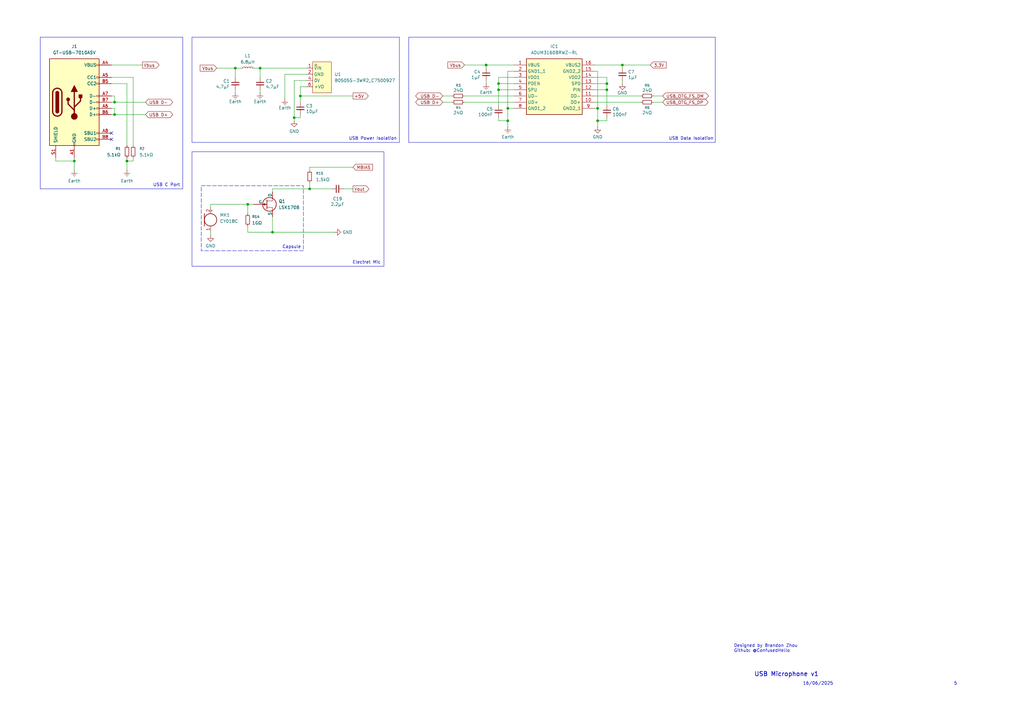
<source format=kicad_sch>
(kicad_sch (version 20250114) (generator "eeschema") (generator_version "9.0")
  (paper "A3")
  (lib_symbols
    (symbol "ADUM3160BRWZ-RL:ADUM3160BRWZ-RL"
      (property "Reference" "IC" (at 29.21 7.62 0))
      (property "Value" "ADUM3160BRWZ-RL" (at 29.21 5.08 0))
      (symbol "ADUM3160BRWZ-RL_1_1"
        (rectangle (start 5.08 2.54) (end 27.94 -20.32) (stroke (width 0.254)) (fill (type background)))
        (pin passive line (at 0 0 0) (length 5.08) (name "VBUS") (number "1"))
        (pin passive line (at 0 -2.54 0) (length 5.08) (name "GND1_1") (number "2"))
        (pin passive line (at 0 -5.08 0) (length 5.08) (name "VDD1") (number "3"))
        (pin passive line (at 0 -7.62 0) (length 5.08) (name "PDEN") (number "4"))
        (pin passive line (at 0 -10.16 0) (length 5.08) (name "SPU") (number "5"))
        (pin passive line (at 0 -12.7 0) (length 5.08) (name "UD-") (number "6"))
        (pin passive line (at 0 -15.24 0) (length 5.08) (name "UD+") (number "7"))
        (pin passive line (at 0 -17.78 0) (length 5.08) (name "GND1_2") (number "8"))
        (pin passive line (at 33.02 0 180) (length 5.08) (name "VBUS2") (number "16"))
        (pin passive line (at 33.02 -2.54 180) (length 5.08) (name "GND2_2") (number "15"))
        (pin passive line (at 33.02 -5.08 180) (length 5.08) (name "VDD2") (number "14"))
        (pin passive line (at 33.02 -7.62 180) (length 5.08) (name "SPD") (number "13"))
        (pin passive line (at 33.02 -10.16 180) (length 5.08) (name "PIN") (number "12"))
        (pin passive line (at 33.02 -12.7 180) (length 5.08) (name "DD-") (number "11"))
        (pin passive line (at 33.02 -15.24 180) (length 5.08) (name "DD+") (number "10"))
        (pin passive line (at 33.02 -17.78 180) (length 5.08) (name "GND2_1") (number "9"))
      )
    )
    (symbol "B0505S-3WR2:B0505S-3WR2_C7500927"
      (property "Reference" "U" (at 0 8.89 0))
      (property "Value" "B0505S-3WR2_C7500927" (at 0 -8.89 0))
      (symbol "B0505S-3WR2_C7500927_0_1"
        (rectangle (start -3.81 6.35) (end 3.81 -6.35) (fill (type background)))
        (circle (center -2.54 5.08) (radius 0.38))
        (pin unspecified line (at -6.35 3.81 0) (length 2.54) (name "VIN") (number "1"))
        (pin unspecified line (at -6.35 1.27 0) (length 2.54) (name "GND") (number "2"))
        (pin unspecified line (at -6.35 -1.27 0) (length 2.54) (name "0V") (number "4"))
        (pin unspecified line (at -6.35 -3.81 0) (length 2.54) (name "+VO") (number "6"))
      )
    )
    (symbol "Connector:USB_C_Receptacle_USB2.0_16P" (pin_names (offset 1.016))
      (property "Reference" "J" (at 0 22.225 0))
      (property "Value" "USB_C_Receptacle_USB2.0_16P" (at 0 19.685 0))
      (symbol "USB_C_Receptacle_USB2.0_16P_0_0"
        (rectangle (start -0.254 -17.78) (end 0.254 -16.764))
        (rectangle (start 10.16 15.494) (end 9.144 14.986))
        (rectangle (start 10.16 10.414) (end 9.144 9.906))
        (rectangle (start 10.16 7.874) (end 9.144 7.366))
        (rectangle (start 10.16 2.794) (end 9.144 2.286))
        (rectangle (start 10.16 0.254) (end 9.144 -0.254))
        (rectangle (start 10.16 -2.286) (end 9.144 -2.794))
        (rectangle (start 10.16 -4.826) (end 9.144 -5.334))
        (rectangle (start 10.16 -12.446) (end 9.144 -12.954))
        (rectangle (start 10.16 -14.986) (end 9.144 -15.494))
      )
      (symbol "USB_C_Receptacle_USB2.0_16P_0_1"
        (rectangle (start -10.16 17.78) (end 10.16 -17.78) (stroke (width 0.254)) (fill (type background)))
        (polyline (pts (xy -8.89 -3.81) (xy -8.89 3.81)) (stroke (width 0.508)))
        (rectangle (start -7.62 -3.81) (end -6.35 3.81) (stroke (width 0.254)) (fill (type outline)))
        (arc (start -7.62 3.81) (mid -6.985 4.4423) (end -6.35 3.81) (stroke (width 0.254)))
        (arc (start -7.62 3.81) (mid -6.985 4.4423) (end -6.35 3.81) (stroke (width 0.254)) (fill (type outline)))
        (arc (start -8.89 3.81) (mid -6.985 5.7067) (end -5.08 3.81) (stroke (width 0.508)))
        (arc (start -5.08 -3.81) (mid -6.985 -5.7067) (end -8.89 -3.81) (stroke (width 0.508)))
        (arc (start -6.35 -3.81) (mid -6.985 -4.4423) (end -7.62 -3.81) (stroke (width 0.254)))
        (arc (start -6.35 -3.81) (mid -6.985 -4.4423) (end -7.62 -3.81) (stroke (width 0.254)) (fill (type outline)))
        (polyline (pts (xy -5.08 3.81) (xy -5.08 -3.81)) (stroke (width 0.508)))
        (circle (center -2.54 1.143) (radius 0.635) (stroke (width 0.254)) (fill (type outline)))
        (polyline (pts (xy -1.27 4.318) (xy 0 6.858) (xy 1.27 4.318) (xy -1.27 4.318)) (stroke (width 0.254)) (fill (type outline)))
        (polyline (pts (xy 0 -2.032) (xy 2.54 0.508) (xy 2.54 1.778)) (stroke (width 0.508)))
        (polyline (pts (xy 0 -3.302) (xy -2.54 -0.762) (xy -2.54 0.508)) (stroke (width 0.508)))
        (polyline (pts (xy 0 -5.842) (xy 0 4.318)) (stroke (width 0.508)))
        (circle (center 0 -5.842) (radius 1.27) (fill (type outline)))
        (rectangle (start 1.905 1.778) (end 3.175 3.048) (stroke (width 0.254)) (fill (type outline)))
      )
      (symbol "USB_C_Receptacle_USB2.0_16P_1_1"
        (pin passive line (at -7.62 -22.86 90) (length 5.08) (name "SHIELD") (number "S1"))
        (pin passive line (at 0 -22.86 90) (length 5.08) (name "GND") (number "A1"))
        (pin passive line (at 0 -22.86 90) (length 5.08) (hide yes) (name "GND") (number "A12"))
        (pin passive line (at 0 -22.86 90) (length 5.08) (hide yes) (name "GND") (number "B1"))
        (pin passive line (at 0 -22.86 90) (length 5.08) (hide yes) (name "GND") (number "B12"))
        (pin passive line (at 15.24 15.24 180) (length 5.08) (name "VBUS") (number "A4"))
        (pin passive line (at 15.24 15.24 180) (length 5.08) (hide yes) (name "VBUS") (number "A9"))
        (pin passive line (at 15.24 15.24 180) (length 5.08) (hide yes) (name "VBUS") (number "B4"))
        (pin passive line (at 15.24 15.24 180) (length 5.08) (hide yes) (name "VBUS") (number "B9"))
        (pin bidirectional line (at 15.24 10.16 180) (length 5.08) (name "CC1") (number "A5"))
        (pin bidirectional line (at 15.24 7.62 180) (length 5.08) (name "CC2") (number "B5"))
        (pin bidirectional line (at 15.24 2.54 180) (length 5.08) (name "D-") (number "A7"))
        (pin bidirectional line (at 15.24 0 180) (length 5.08) (name "D-") (number "B7"))
        (pin bidirectional line (at 15.24 -2.54 180) (length 5.08) (name "D+") (number "A6"))
        (pin bidirectional line (at 15.24 -5.08 180) (length 5.08) (name "D+") (number "B6"))
        (pin bidirectional line (at 15.24 -12.7 180) (length 5.08) (name "SBU1") (number "A8"))
        (pin bidirectional line (at 15.24 -15.24 180) (length 5.08) (name "SBU2") (number "B8"))
      )
    )
    (symbol "Device:C_Small" (pin_numbers (hide yes)) (pin_names (offset 0.254) (hide yes))
      (property "Reference" "C" (at 0.254 1.778 0))
      (property "Value" "C_Small" (at 0.254 -2.032 0))
      (symbol "C_Small_0_1"
        (polyline (pts (xy -1.524 0.508) (xy 1.524 0.508)) (stroke (width 0.3048)))
        (polyline (pts (xy -1.524 -0.508) (xy 1.524 -0.508)) (stroke (width 0.3302)))
      )
      (symbol "C_Small_1_1"
        (pin passive line (at 0 2.54 270) (length 2.032) (name "~") (number "1"))
        (pin passive line (at 0 -2.54 90) (length 2.032) (name "~") (number "2"))
      )
    )
    (symbol "Device:L_Small" (pin_numbers (hide yes)) (pin_names (offset 0.254) (hide yes))
      (property "Reference" "L" (at 0.762 1.016 0))
      (property "Value" "L_Small" (at 0.762 -1.016 0))
      (symbol "L_Small_0_1"
        (arc (start 0 2.032) (mid 0.5058 1.524) (end 0 1.016))
        (arc (start 0 1.016) (mid 0.5058 0.508) (end 0 0))
        (arc (start 0 0) (mid 0.5058 -0.508) (end 0 -1.016))
        (arc (start 0 -1.016) (mid 0.5058 -1.524) (end 0 -2.032))
      )
      (symbol "L_Small_1_1"
        (pin passive line (at 0 2.54 270) (length 0.508) (name "~") (number "1"))
        (pin passive line (at 0 -2.54 90) (length 0.508) (name "~") (number "2"))
      )
    )
    (symbol "Device:Microphone" (pin_names (offset 0.0254) (hide yes))
      (property "Reference" "MK" (at -3.81 1.27 0))
      (property "Value" "Microphone" (at -3.81 -0.635 0))
      (symbol "Microphone_0_1"
        (polyline (pts (xy -2.54 2.54) (xy -2.54 -2.54)) (stroke (width 0.254)))
        (circle (center 0 0) (radius 2.54) (stroke (width 0.254)))
        (polyline (pts (xy 0.254 3.81) (xy 0.762 3.81)))
        (polyline (pts (xy 0.508 4.064) (xy 0.508 3.556)))
      )
      (symbol "Microphone_1_1"
        (pin passive line (at 0 5.08 270) (length 2.54) (name "+") (number "2"))
        (pin passive line (at 0 -5.08 90) (length 2.54) (name "-") (number "1"))
      )
    )
    (symbol "Device:R_Small" (pin_numbers (hide yes)) (pin_names (offset 0.254) (hide yes))
      (property "Reference" "R" (at 0 0 90))
      (property "Value" "R_Small" (at 1.778 0 90))
      (symbol "R_Small_0_1"
        (rectangle (start -0.762 1.778) (end 0.762 -1.778) (stroke (width 0.2032)))
      )
      (symbol "R_Small_1_1"
        (pin passive line (at 0 2.54 270) (length 0.762) (name "~") (number "1"))
        (pin passive line (at 0 -2.54 90) (length 0.762) (name "~") (number "2"))
      )
    )
    (symbol "R_Small_1" (pin_numbers (hide yes)) (pin_names (offset 0.254) (hide yes))
      (property "Reference" "R" (at 0 0 90))
      (property "Value" "R_Small" (at 1.778 0 90))
      (symbol "R_Small_1_0_1"
        (rectangle (start -0.762 1.778) (end 0.762 -1.778) (stroke (width 0.2032)))
      )
      (symbol "R_Small_1_1_1"
        (pin passive line (at 0 2.54 270) (length 0.762) (name "~") (number "1"))
        (pin passive line (at 0 -2.54 90) (length 0.762) (name "~") (number "2"))
      )
    )
    (symbol "Simulation_SPICE:NJFET" (pin_numbers (hide yes)) (pin_names (offset 0))
      (property "Reference" "Q" (at 5.08 1.27 0))
      (property "Value" "NJFET" (at 5.08 -1.27 0))
      (symbol "NJFET_0_1"
        (polyline (pts (xy 0 0) (xy -1.016 0.381) (xy -1.016 -0.381) (xy 0 0)) (fill (type outline)))
        (polyline (pts (xy 0.254 1.905) (xy 0.254 -1.905) (xy 0.254 -1.905)) (stroke (width 0.254)))
        (circle (center 1.27 0) (radius 2.8194) (stroke (width 0.254)))
        (polyline (pts (xy 2.54 2.54) (xy 2.54 1.397) (xy 0.254 1.397)))
        (polyline (pts (xy 2.54 -2.54) (xy 2.54 -1.27) (xy 0.254 -1.27)))
      )
      (symbol "NJFET_1_1"
        (pin input line (at -5.08 0 0) (length 5.334) (name "G") (number "2"))
        (pin passive line (at 2.54 5.08 270) (length 2.54) (name "D") (number "1"))
        (pin passive line (at 2.54 -5.08 90) (length 2.54) (name "S") (number "3"))
      )
    )
    (symbol "power:Earth" (power) (pin_numbers (hide yes)) (pin_names (offset 0) (hide yes))
      (property "Value" "Earth" (at 0 -3.81 0))
      (symbol "Earth_0_1"
        (polyline (pts (xy -0.635 -1.905) (xy 0.635 -1.905)))
        (polyline (pts (xy -0.127 -2.54) (xy 0.127 -2.54)))
        (polyline (pts (xy 0 -1.27) (xy 0 0)))
        (polyline (pts (xy 1.27 -1.27) (xy -1.27 -1.27)))
      )
      (symbol "Earth_1_1"
        (pin power_in line (at 0 0 270) (length 0) (name "~") (number "1"))
      )
    )
    (symbol "power:GND" (power) (pin_numbers (hide yes)) (pin_names (offset 0) (hide yes))
      (property "Value" "GND" (at 0 -3.81 0))
      (symbol "GND_0_1"
        (polyline (pts (xy 0 0) (xy 0 -1.27) (xy 1.27 -1.27) (xy 0 -2.54) (xy -1.27 -1.27) (xy 0 -1.27)))
      )
      (symbol "GND_1_1"
        (pin power_in line (at 0 0 270) (length 0) (name "~") (number "1"))
      )
    )
  )
  (rectangle (start 78.74 15.24) (end 163.83 58.42))
  (rectangle (start 82.55 76.2) (end 124.46 102.87) (stroke (width 0) (type dash)))
  (rectangle (start 78.74 62.23) (end 157.48 109.22))
  (rectangle (start 167.64 15.24) (end 293.37 58.42))
  (rectangle (start 16.51 15.24) (end 74.93 77.47))
  (text "Designed by Brandon Zhou\nGithub: @ConfusedHello" (at 300.99 265.938 0) (effects (font (size 1.27 1.27)) (justify left)))
  (text "USB C Port" (at 68.326 75.946 0) (effects (font (size 1.27 1.27))))
  (text "USB Microphone v1" (at 322.58 276.606 0) (effects (font (size 1.778 1.778) (thickness 0.254) (bold yes))))
  (text "Electret Mic" (at 150.368 107.696 0) (effects (font (size 1.27 1.27))))
  (text "Capsule" (at 119.634 101.346 0) (effects (font (size 1.27 1.27))))
  (text "USB Power Isolation" (at 152.908 56.896 0) (effects (font (size 1.27 1.27))))
  (text "16/06/2025" (at 335.534 280.416 0) (effects (font (size 1.27 1.27))))
  (text "5" (at 391.922 280.416 0) (effects (font (size 1.27 1.27))))
  (text "USB Data Isolation" (at 283.464 56.896 0) (effects (font (size 1.27 1.27))))
  (junction (at 208.28 49.53))
  (junction (at 248.92 34.29))
  (junction (at 46.99 41.91))
  (junction (at 52.07 66.04))
  (junction (at 245.11 44.45))
  (junction (at 106.68 27.94))
  (junction (at 127 77.47))
  (junction (at 96.52 27.94))
  (junction (at 120.65 48.26))
  (junction (at 204.47 36.83))
  (junction (at 30.48 66.04))
  (junction (at 111.76 95.25))
  (junction (at 199.39 26.67))
  (junction (at 248.92 36.83))
  (junction (at 255.27 26.67))
  (junction (at 204.47 34.29))
  (junction (at 208.28 44.45))
  (junction (at 245.11 49.53))
  (junction (at 101.6 83.82))
  (junction (at 123.19 39.37))
  (junction (at 46.99 46.99))
  (no_connect (at 45.72 54.61))
  (no_connect (at 45.72 57.15))
  (wire (pts (xy 22.86 66.04) (xy 30.48 66.04)))
  (wire (pts (xy 127 68.58) (xy 144.78 68.58)))
  (wire (pts (xy 243.84 26.67) (xy 255.27 26.67)))
  (wire (pts (xy 96.52 31.75) (xy 96.52 27.94)))
  (wire (pts (xy 106.68 36.83) (xy 106.68 38.1)))
  (wire (pts (xy 248.92 36.83) (xy 248.92 43.18)))
  (wire (pts (xy 88.9 27.94) (xy 96.52 27.94)))
  (wire (pts (xy 245.11 44.45) (xy 245.11 49.53)))
  (wire (pts (xy 104.14 27.94) (xy 106.68 27.94)))
  (wire (pts (xy 101.6 83.82) (xy 101.6 87.63)))
  (wire (pts (xy 54.61 64.77) (xy 54.61 66.04)))
  (wire (pts (xy 248.92 31.75) (xy 248.92 34.29)))
  (wire (pts (xy 111.76 77.47) (xy 111.76 78.74)))
  (wire (pts (xy 96.52 27.94) (xy 99.06 27.94)))
  (wire (pts (xy 116.84 30.48) (xy 125.73 30.48)))
  (wire (pts (xy 267.97 39.37) (xy 271.78 39.37)))
  (wire (pts (xy 204.47 34.29) (xy 210.82 34.29)))
  (wire (pts (xy 181.61 39.37) (xy 185.42 39.37)))
  (wire (pts (xy 52.07 64.77) (xy 52.07 66.04)))
  (wire (pts (xy 245.11 49.53) (xy 248.92 49.53)))
  (wire (pts (xy 127 77.47) (xy 111.76 77.47)))
  (wire (pts (xy 123.19 35.56) (xy 125.73 35.56)))
  (wire (pts (xy 204.47 34.29) (xy 204.47 36.83)))
  (wire (pts (xy 243.84 41.91) (xy 262.89 41.91)))
  (wire (pts (xy 267.97 41.91) (xy 271.78 41.91)))
  (wire (pts (xy 52.07 66.04) (xy 52.07 69.85)))
  (wire (pts (xy 45.72 26.67) (xy 58.42 26.67)))
  (wire (pts (xy 111.76 95.25) (xy 137.16 95.25)))
  (wire (pts (xy 204.47 31.75) (xy 210.82 31.75)))
  (wire (pts (xy 30.48 64.77) (xy 30.48 66.04)))
  (wire (pts (xy 120.65 33.02) (xy 120.65 48.26)))
  (wire (pts (xy 30.48 66.04) (xy 30.48 69.85)))
  (wire (pts (xy 101.6 92.71) (xy 101.6 95.25)))
  (wire (pts (xy 255.27 26.67) (xy 255.27 27.94)))
  (wire (pts (xy 127 68.58) (xy 127 69.85)))
  (wire (pts (xy 204.47 49.53) (xy 204.47 48.26)))
  (wire (pts (xy 123.19 39.37) (xy 123.19 41.91)))
  (wire (pts (xy 52.07 34.29) (xy 52.07 59.69)))
  (wire (pts (xy 52.07 66.04) (xy 54.61 66.04)))
  (wire (pts (xy 208.28 44.45) (xy 208.28 49.53)))
  (wire (pts (xy 248.92 34.29) (xy 248.92 36.83)))
  (wire (pts (xy 204.47 36.83) (xy 204.47 43.18)))
  (wire (pts (xy 245.11 52.07) (xy 245.11 49.53)))
  (wire (pts (xy 111.76 88.9) (xy 111.76 95.25)))
  (wire (pts (xy 45.72 44.45) (xy 46.99 44.45)))
  (wire (pts (xy 243.84 44.45) (xy 245.11 44.45)))
  (wire (pts (xy 46.99 39.37) (xy 46.99 41.91)))
  (wire (pts (xy 22.86 64.77) (xy 22.86 66.04)))
  (wire (pts (xy 45.72 46.99) (xy 46.99 46.99)))
  (wire (pts (xy 123.19 39.37) (xy 144.78 39.37)))
  (wire (pts (xy 86.36 83.82) (xy 86.36 85.09)))
  (wire (pts (xy 45.72 31.75) (xy 54.61 31.75)))
  (wire (pts (xy 208.28 49.53) (xy 208.28 52.07)))
  (wire (pts (xy 208.28 44.45) (xy 210.82 44.45)))
  (wire (pts (xy 86.36 83.82) (xy 101.6 83.82)))
  (wire (pts (xy 190.5 26.67) (xy 199.39 26.67)))
  (wire (pts (xy 96.52 36.83) (xy 96.52 38.1)))
  (wire (pts (xy 46.99 41.91) (xy 59.69 41.91)))
  (wire (pts (xy 204.47 49.53) (xy 208.28 49.53)))
  (wire (pts (xy 243.84 36.83) (xy 248.92 36.83)))
  (wire (pts (xy 111.76 95.25) (xy 101.6 95.25)))
  (wire (pts (xy 243.84 34.29) (xy 248.92 34.29)))
  (wire (pts (xy 208.28 29.21) (xy 208.28 44.45)))
  (wire (pts (xy 54.61 31.75) (xy 54.61 59.69)))
  (wire (pts (xy 243.84 29.21) (xy 245.11 29.21)))
  (wire (pts (xy 127 74.93) (xy 127 77.47)))
  (wire (pts (xy 208.28 29.21) (xy 210.82 29.21)))
  (wire (pts (xy 106.68 27.94) (xy 106.68 31.75)))
  (wire (pts (xy 45.72 39.37) (xy 46.99 39.37)))
  (wire (pts (xy 255.27 26.67) (xy 266.7 26.67)))
  (wire (pts (xy 140.97 77.47) (xy 144.78 77.47)))
  (wire (pts (xy 181.61 41.91) (xy 185.42 41.91)))
  (wire (pts (xy 45.72 34.29) (xy 52.07 34.29)))
  (wire (pts (xy 243.84 39.37) (xy 262.89 39.37)))
  (wire (pts (xy 45.72 41.91) (xy 46.99 41.91)))
  (wire (pts (xy 86.36 95.25) (xy 86.36 96.52)))
  (wire (pts (xy 120.65 48.26) (xy 123.19 48.26)))
  (wire (pts (xy 116.84 30.48) (xy 116.84 40.64)))
  (wire (pts (xy 204.47 31.75) (xy 204.47 34.29)))
  (wire (pts (xy 245.11 29.21) (xy 245.11 44.45)))
  (wire (pts (xy 46.99 46.99) (xy 59.69 46.99)))
  (wire (pts (xy 248.92 48.26) (xy 248.92 49.53)))
  (wire (pts (xy 190.5 41.91) (xy 210.82 41.91)))
  (wire (pts (xy 106.68 27.94) (xy 125.73 27.94)))
  (wire (pts (xy 120.65 48.26) (xy 120.65 49.53)))
  (wire (pts (xy 46.99 44.45) (xy 46.99 46.99)))
  (wire (pts (xy 255.27 33.02) (xy 255.27 34.29)))
  (wire (pts (xy 101.6 83.82) (xy 104.14 83.82)))
  (wire (pts (xy 123.19 46.99) (xy 123.19 48.26)))
  (wire (pts (xy 243.84 31.75) (xy 248.92 31.75)))
  (wire (pts (xy 199.39 26.67) (xy 199.39 27.94)))
  (wire (pts (xy 199.39 26.67) (xy 210.82 26.67)))
  (wire (pts (xy 204.47 36.83) (xy 210.82 36.83)))
  (wire (pts (xy 190.5 39.37) (xy 210.82 39.37)))
  (wire (pts (xy 135.89 77.47) (xy 127 77.47)))
  (wire (pts (xy 123.19 35.56) (xy 123.19 39.37)))
  (wire (pts (xy 199.39 34.29) (xy 199.39 33.02)))
  (wire (pts (xy 120.65 33.02) (xy 125.73 33.02)))
  (global_label "USB D-" (shape bidirectional) (at 181.61 39.37 180) (property "Intersheetrefs" "${INTERSHEET_REFS}" (effects (hide yes))))
  (global_label "Vbus" (shape input) (at 88.9 27.94 180) (property "Intersheetrefs" "${INTERSHEET_REFS}" (effects (hide yes))))
  (global_label "Vout" (shape output) (at 144.78 77.47 0) (property "Intersheetrefs" "${INTERSHEET_REFS}" (effects (hide yes))))
  (global_label "USB_OTG_FS_DM" (shape bidirectional) (at 271.78 39.37 0) (property "Intersheetrefs" "${INTERSHEET_REFS}" (effects (hide yes))))
  (global_label "USB D+" (shape bidirectional) (at 59.69 46.99 0) (property "Intersheetrefs" "${INTERSHEET_REFS}" (effects (hide yes))))
  (global_label "3.3V" (shape input) (at 266.7 26.67 0) (property "Intersheetrefs" "${INTERSHEET_REFS}" (effects (hide yes))))
  (global_label "Vbus" (shape input) (at 190.5 26.67 180) (property "Intersheetrefs" "${INTERSHEET_REFS}" (effects (hide yes))))
  (global_label "+5V" (shape output) (at 144.78 39.37 0) (property "Intersheetrefs" "${INTERSHEET_REFS}" (effects (hide yes))))
  (global_label "USB D+" (shape bidirectional) (at 181.61 41.91 180) (property "Intersheetrefs" "${INTERSHEET_REFS}" (effects (hide yes))))
  (global_label "USB D-" (shape bidirectional) (at 59.69 41.91 0) (property "Intersheetrefs" "${INTERSHEET_REFS}" (effects (hide yes))))
  (global_label "MBIAS" (shape input) (at 144.78 68.58 0) (property "Intersheetrefs" "${INTERSHEET_REFS}" (effects (hide yes))))
  (global_label "USB_OTG_FS_DP" (shape bidirectional) (at 271.78 41.91 0) (property "Intersheetrefs" "${INTERSHEET_REFS}" (effects (hide yes))))
  (global_label "Vbus" (shape output) (at 58.42 26.67 0) (property "Intersheetrefs" "${INTERSHEET_REFS}" (effects (hide yes))))
  (symbol (lib_id "power:Earth") (at 208.28 52.07 0) (unit 1)
    (property "Reference" "#PWR03" (effects (hide yes)))
    (property "Value" "Earth" (at 208.28 56.134 0))
    (property "Description" "Power symbol creates a global label with name \"Earth\"" (effects (hide yes)))
  )
  (symbol (lib_id "Device:C_Small") (at 255.27 30.48 0) (unit 1)
    (property "Reference" "C7" (at 257.556 29.464 0) (effects (justify left)))
    (property "Value" "1µF" (at 257.556 31.7562 0) (effects (justify left)))
    (property "Description" "Unpolarized capacitor, small symbol" (effects (hide yes)))
  )
  (symbol (lib_id "B0505S-3WR2:B0505S-3WR2_C7500927") (at 132.08 31.75 0) (unit 1)
    (property "Reference" "U1" (at 137.16 30.4799 0) (effects (justify left)))
    (property "Value" "B0505S-3WR2_C7500927" (at 137.16 33.0199 0) (effects (justify left)))
    (property "Footprint" "easyeda2kicad:PWRM-TH_BXXXXS-3WR2" (effects (hide yes)))
    (property "LCSC Part" "C7500927" (effects (hide yes)))
  )
  (symbol (lib_name "R_Small_1") (lib_id "Device:R_Small") (at 101.6 90.17 0) (mirror y) (unit 1) (on_board no)
    (property "Reference" "R14" (at 103.378 88.9 0) (effects (font (size 1.016 1.016)) (justify right)))
    (property "Value" "1GΩ" (at 103.378 91.44 0) (effects (justify right)))
    (property "Description" "Resistor, small symbol" (effects (hide yes)))
  )
  (symbol (lib_id "Device:C_Small") (at 123.19 44.45 0) (unit 1)
    (property "Reference" "C3" (at 125.476 43.434 0) (effects (justify left)))
    (property "Value" "10µF" (at 125.476 45.7262 0) (effects (justify left)))
    (property "Description" "10µF/16V" (effects (hide yes)))
  )
  (symbol (lib_id "Device:R_Small") (at 265.43 41.91 90) (mirror x) (unit 1)
    (property "Reference" "R6" (at 265.43 44.196 90) (effects (font (size 1.016 1.016))))
    (property "Value" "24Ω" (at 265.43 46.228 90))
    (property "Description" "24Ω±1%" (effects (hide yes)))
  )
  (symbol (lib_id "Device:L_Small") (at 101.6 27.94 90) (unit 1)
    (property "Reference" "L1" (at 101.6 22.86 90))
    (property "Value" "6.8µH" (at 101.6 25.4 90))
    (property "Footprint" "footprints:IND-SMD_L4.0-W4.0_YHNR4020" (effects (hide yes)))
    (property "Datasheet" "https://lcsc.com/datasheet/lcsc_datasheet_2410121215_YJYCOIN-YHNR4020-6R8M_C16197249.pdf" (effects (hide yes)))
    (property "Description" "YHNR4020-6R8M" (effects (hide yes)))
  )
  (symbol (lib_id "power:Earth") (at 96.52 38.1 0) (unit 1)
    (property "Reference" "#PWR06" (effects (hide yes)))
    (property "Value" "Earth" (at 96.52 41.656 0))
    (property "Description" "Power symbol creates a global label with name \"Earth\"" (effects (hide yes)))
  )
  (symbol (lib_id "Device:R_Small") (at 187.96 41.91 90) (mirror x) (unit 1)
    (property "Reference" "R4" (at 187.96 44.196 90) (effects (font (size 1.016 1.016))))
    (property "Value" "24Ω" (at 187.96 46.228 90))
    (property "Description" "24Ω±1%" (effects (hide yes)))
  )
  (symbol (lib_id "Device:C_Small") (at 204.47 45.72 0) (mirror y) (unit 1)
    (property "Reference" "C5" (at 202.184 44.704 0) (effects (justify left)))
    (property "Value" "100nF" (at 202.184 46.9962 0) (effects (justify left)))
    (property "Description" "Unpolarized capacitor, small symbol" (effects (hide yes)))
  )
  (symbol (lib_name "R_Small_1") (lib_id "Device:R_Small") (at 52.07 62.23 0) (unit 1)
    (property "Reference" "R1" (at 49.53 60.9599 0) (effects (font (size 1.016 1.016)) (justify right)))
    (property "Value" "5.1kΩ" (at 49.53 63.4999 0) (effects (justify right)))
    (property "Description" "Resistor, small symbol" (effects (hide yes)))
  )
  (symbol (lib_name "R_Small_1") (lib_id "Device:R_Small") (at 54.61 62.23 0) (mirror y) (unit 1)
    (property "Reference" "R2" (at 57.15 60.9599 0) (effects (font (size 1.016 1.016)) (justify right)))
    (property "Value" "5.1kΩ" (at 57.15 63.4999 0) (effects (justify right)))
    (property "Description" "Resistor, small symbol" (effects (hide yes)))
  )
  (symbol (lib_id "Device:C_Small") (at 106.68 34.29 0) (unit 1)
    (property "Reference" "C2" (at 108.966 33.274 0) (effects (justify left)))
    (property "Value" "4.7µF" (at 108.966 35.5662 0) (effects (justify left)))
    (property "Description" "4.7µF/50V" (effects (hide yes)))
  )
  (symbol (lib_id "power:Earth") (at 106.68 38.1 0) (unit 1)
    (property "Reference" "#PWR08" (effects (hide yes)))
    (property "Value" "Earth" (at 106.68 41.656 0))
    (property "Description" "Power symbol creates a global label with name \"Earth\"" (effects (hide yes)))
  )
  (symbol (lib_id "power:Earth") (at 52.07 69.85 0) (unit 1)
    (property "Reference" "#PWR02" (effects (hide yes)))
    (property "Value" "Earth" (at 52.07 74.168 0))
    (property "Description" "Power symbol creates a global label with name \"Earth\"" (effects (hide yes)))
  )
  (symbol (lib_id "Device:R_Small") (at 187.96 39.37 90) (unit 1)
    (property "Reference" "R3" (at 187.96 35.052 90) (effects (font (size 1.016 1.016))))
    (property "Value" "24Ω" (at 187.96 37.084 90))
    (property "Description" "24Ω±1%" (effects (hide yes)))
  )
  (symbol (lib_id "power:Earth") (at 199.39 34.29 0) (unit 1)
    (property "Reference" "#PWR04" (effects (hide yes)))
    (property "Value" "Earth" (at 199.39 37.846 0))
    (property "Description" "Power symbol creates a global label with name \"Earth\"" (effects (hide yes)))
  )
  (symbol (lib_id "power:GND") (at 245.11 52.07 0) (unit 1)
    (property "Reference" "#PWR028" (effects (hide yes)))
    (property "Value" "GND" (at 245.11 56.134 0))
    (property "Description" "Power symbol creates a global label with name \"GND\" , ground" (effects (hide yes)))
  )
  (symbol (lib_id "power:Earth") (at 116.84 40.64 0) (unit 1)
    (property "Reference" "#PWR07" (effects (hide yes)))
    (property "Value" "Earth" (at 116.84 44.196 0))
    (property "Description" "Power symbol creates a global label with name \"Earth\"" (effects (hide yes)))
  )
  (symbol (lib_id "Device:C_Small") (at 199.39 30.48 0) (mirror y) (unit 1)
    (property "Reference" "C4" (at 197.104 29.464 0) (effects (justify left)))
    (property "Value" "1µF" (at 197.104 31.7562 0) (effects (justify left)))
    (property "Description" "Unpolarized capacitor, small symbol" (effects (hide yes)))
  )
  (symbol (lib_name "R_Small_1") (lib_id "Device:R_Small") (at 127 72.39 0) (mirror y) (unit 1)
    (property "Reference" "R15" (at 129.54 71.12 0) (effects (font (size 1.016 1.016)) (justify right)))
    (property "Value" "1.5kΩ" (at 129.54 73.6599 0) (effects (justify right)))
    (property "Description" "Resistor, small symbol" (effects (hide yes)))
  )
  (symbol (lib_id "Device:C_Small") (at 248.92 45.72 0) (unit 1)
    (property "Reference" "C6" (at 251.206 44.704 0) (effects (justify left)))
    (property "Value" "100nF" (at 251.206 46.9962 0) (effects (justify left)))
    (property "Description" "Unpolarized capacitor, small symbol" (effects (hide yes)))
  )
  (symbol (lib_id "Device:R_Small") (at 265.43 39.37 90) (unit 1)
    (property "Reference" "R5" (at 265.43 35.052 90) (effects (font (size 1.016 1.016))))
    (property "Value" "24Ω" (at 265.43 37.084 90))
    (property "Description" "24Ω±1%" (effects (hide yes)))
  )
  (symbol (lib_id "power:GND") (at 120.65 49.53 0) (unit 1)
    (property "Reference" "#PWR029" (effects (hide yes)))
    (property "Value" "GND" (at 120.65 53.848 0))
    (property "Description" "Power symbol creates a global label with name \"GND\" , ground" (effects (hide yes)))
  )
  (symbol (lib_id "Simulation_SPICE:NJFET") (at 109.22 83.82 0) (unit 1) (on_board no)
    (property "Reference" "Q1" (at 114.3 82.5499 0) (effects (justify left)))
    (property "Value" "LSK170B" (at 114.3 85.0899 0) (effects (justify left)))
    (property "Datasheet" "https://ngspice.sourceforge.io/docs/ngspice-html-manual/manual.xhtml#cha_JFETs" (effects (hide yes)))
    (property "Description" "N-JFET transistor, for simulation only" (effects (hide yes)))
    (property "Sim.Device" "NJFET" (effects (hide yes)))
    (property "Sim.Type" "SHICHMANHODGES" (effects (hide yes)))
    (property "Sim.Pins" "1=D 2=G 3=S" (effects (hide yes)))
  )
  (symbol (lib_id "Device:C_Small") (at 96.52 34.29 0) (mirror y) (unit 1)
    (property "Reference" "C1" (at 94.234 33.274 0) (effects (justify left)))
    (property "Value" "4.7µF" (at 94.234 35.5662 0) (effects (justify left)))
    (property "Description" "4.7µF/50V" (effects (hide yes)))
  )
  (symbol (lib_id "power:GND") (at 137.16 95.25 90) (mirror x) (unit 1)
    (property "Reference" "#PWR012" (effects (hide yes)))
    (property "Value" "GND" (at 140.462 95.25 90) (effects (justify right)))
    (property "Description" "Power symbol creates a global label with name \"GND\" , ground" (effects (hide yes)))
  )
  (symbol (lib_id "power:GND") (at 255.27 34.29 0) (unit 1)
    (property "Reference" "#PWR033" (effects (hide yes)))
    (property "Value" "GND" (at 255.27 38.1 0))
    (property "Description" "Power symbol creates a global label with name \"GND\" , ground" (effects (hide yes)))
  )
  (symbol (lib_id "ADUM3160BRWZ-RL:ADUM3160BRWZ-RL") (at 210.82 26.67 0) (unit 1)
    (property "Reference" "IC1" (at 227.33 19.05 0))
    (property "Value" "ADUM3160BRWZ-RL" (at 227.33 21.59 0))
    (property "Footprint" "footprints:SOIC127P1032X265-16N" (effects (hide yes)))
    (property "Datasheet" "http://www.analog.com/media/en/technical-documentation/data-sheets/ADuM3160.pdf" (effects (hide yes)))
    (property "Description" "Digital Isolators Full/Low Spd USB 2.0 Digital" (effects (hide yes)))
    (property "Height" "2.65" (effects (hide yes)))
    (property "Mouser Part Number" "584-ADUM3160BRWZ-R" (effects (hide yes)))
    (property "Mouser Price/Stock" "https://www.mouser.co.uk/ProductDetail/Analog-Devices/ADUM3160BRWZ-RL?qs=WIvQP4zGaniZo3xx1fxm1A%3D%3D" (effects (hide yes)))
    (property "Manufacturer_Name" "Analog Devices" (effects (hide yes)))
    (property "Manufacturer_Part_Number" "ADUM3160BRWZ-RL" (effects (hide yes)))
  )
  (symbol (lib_id "power:Earth") (at 30.48 69.85 0) (unit 1)
    (property "Reference" "#PWR01" (effects (hide yes)))
    (property "Value" "Earth" (at 30.48 74.168 0))
    (property "Description" "Power symbol creates a global label with name \"Earth\"" (effects (hide yes)))
  )
  (symbol (lib_id "Device:Microphone") (at 86.36 90.17 0) (unit 1) (on_board no)
    (property "Reference" "MK1" (at 90.17 88.2014 0) (effects (justify left)))
    (property "Value" "CY018C" (at 90.17 90.7414 0) (effects (justify left)))
    (property "Description" "Microphone" (effects (hide yes)))
  )
  (symbol (lib_id "power:GND") (at 86.36 96.52 0) (unit 1)
    (property "Reference" "#PWR015" (effects (hide yes)))
    (property "Value" "GND" (at 86.36 100.838 0))
    (property "Description" "Power symbol creates a global label with name \"GND\" , ground" (effects (hide yes)))
  )
  (symbol (lib_id "Device:C_Small") (at 138.43 77.47 90) (mirror x) (unit 1)
    (property "Reference" "C19" (at 138.43 81.534 90))
    (property "Value" "2.2µF" (at 138.43 83.82 90))
    (property "Description" "Unpolarized capacitor, small symbol" (effects (hide yes)))
  )
  (symbol (lib_id "Connector:USB_C_Receptacle_USB2.0_16P") (at 30.48 41.91 0) (unit 1)
    (property "Reference" "J1" (at 30.48 19.05 0))
    (property "Value" "GT-USB-7010ASV" (at 30.48 21.59 0))
    (property "Footprint" "Connector_USB:USB_C_Receptacle_G-Switch_GT-USB-7010ASV" (effects (hide yes)))
    (property "Description" "USB 2.0-only 16P Type-C Receptacle connector" (effects (hide yes)))
  )
)
</source>
